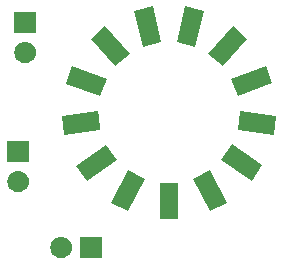
<source format=gbs>
G04 #@! TF.GenerationSoftware,KiCad,Pcbnew,(5.0.2)-1*
G04 #@! TF.CreationDate,2019-03-25T12:23:43+09:00*
G04 #@! TF.ProjectId,NixieHourglass,4e697869-6548-46f7-9572-676c6173732e,rev?*
G04 #@! TF.SameCoordinates,Original*
G04 #@! TF.FileFunction,Soldermask,Bot*
G04 #@! TF.FilePolarity,Negative*
%FSLAX46Y46*%
G04 Gerber Fmt 4.6, Leading zero omitted, Abs format (unit mm)*
G04 Created by KiCad (PCBNEW (5.0.2)-1) date 25/03/2019 12:23:43*
%MOMM*%
%LPD*%
G01*
G04 APERTURE LIST*
%ADD10C,0.100000*%
G04 APERTURE END LIST*
D10*
G36*
X84297000Y-92331000D02*
X82495000Y-92331000D01*
X82495000Y-90529000D01*
X84297000Y-90529000D01*
X84297000Y-92331000D01*
X84297000Y-92331000D01*
G37*
G36*
X80966442Y-90535518D02*
X81032627Y-90542037D01*
X81145853Y-90576384D01*
X81202467Y-90593557D01*
X81341087Y-90667652D01*
X81358991Y-90677222D01*
X81394729Y-90706552D01*
X81496186Y-90789814D01*
X81579448Y-90891271D01*
X81608778Y-90927009D01*
X81608779Y-90927011D01*
X81692443Y-91083533D01*
X81692443Y-91083534D01*
X81743963Y-91253373D01*
X81761359Y-91430000D01*
X81743963Y-91606627D01*
X81709616Y-91719853D01*
X81692443Y-91776467D01*
X81618348Y-91915087D01*
X81608778Y-91932991D01*
X81579448Y-91968729D01*
X81496186Y-92070186D01*
X81394729Y-92153448D01*
X81358991Y-92182778D01*
X81358989Y-92182779D01*
X81202467Y-92266443D01*
X81145853Y-92283616D01*
X81032627Y-92317963D01*
X80966442Y-92324482D01*
X80900260Y-92331000D01*
X80811740Y-92331000D01*
X80745558Y-92324482D01*
X80679373Y-92317963D01*
X80566147Y-92283616D01*
X80509533Y-92266443D01*
X80353011Y-92182779D01*
X80353009Y-92182778D01*
X80317271Y-92153448D01*
X80215814Y-92070186D01*
X80132552Y-91968729D01*
X80103222Y-91932991D01*
X80093652Y-91915087D01*
X80019557Y-91776467D01*
X80002384Y-91719853D01*
X79968037Y-91606627D01*
X79950641Y-91430000D01*
X79968037Y-91253373D01*
X80019557Y-91083534D01*
X80019557Y-91083533D01*
X80103221Y-90927011D01*
X80103222Y-90927009D01*
X80132552Y-90891271D01*
X80215814Y-90789814D01*
X80317271Y-90706552D01*
X80353009Y-90677222D01*
X80370913Y-90667652D01*
X80509533Y-90593557D01*
X80566147Y-90576384D01*
X80679373Y-90542037D01*
X80745558Y-90535518D01*
X80811740Y-90529000D01*
X80900260Y-90529000D01*
X80966442Y-90535518D01*
X80966442Y-90535518D01*
G37*
G36*
X90801000Y-89051000D02*
X89199000Y-89051000D01*
X89199000Y-85949000D01*
X90801000Y-85949000D01*
X90801000Y-89051000D01*
X90801000Y-89051000D01*
G37*
G36*
X87958422Y-85636598D02*
X86521277Y-88385602D01*
X85101578Y-87643402D01*
X86538723Y-84894398D01*
X87958422Y-85636598D01*
X87958422Y-85636598D01*
G37*
G36*
X94910171Y-87640907D02*
X93491770Y-88385584D01*
X92049829Y-85639093D01*
X93468230Y-84894416D01*
X94910171Y-87640907D01*
X94910171Y-87640907D01*
G37*
G36*
X77326442Y-84957518D02*
X77392627Y-84964037D01*
X77505853Y-84998384D01*
X77562467Y-85015557D01*
X77701087Y-85089652D01*
X77718991Y-85099222D01*
X77754729Y-85128552D01*
X77856186Y-85211814D01*
X77939448Y-85313271D01*
X77968778Y-85349009D01*
X77968779Y-85349011D01*
X78052443Y-85505533D01*
X78052443Y-85505534D01*
X78103963Y-85675373D01*
X78121359Y-85852000D01*
X78103963Y-86028627D01*
X78069616Y-86141853D01*
X78052443Y-86198467D01*
X77978348Y-86337087D01*
X77968778Y-86354991D01*
X77939448Y-86390729D01*
X77856186Y-86492186D01*
X77754729Y-86575448D01*
X77718991Y-86604778D01*
X77718989Y-86604779D01*
X77562467Y-86688443D01*
X77505853Y-86705616D01*
X77392627Y-86739963D01*
X77326443Y-86746481D01*
X77260260Y-86753000D01*
X77171740Y-86753000D01*
X77105557Y-86746481D01*
X77039373Y-86739963D01*
X76926147Y-86705616D01*
X76869533Y-86688443D01*
X76713011Y-86604779D01*
X76713009Y-86604778D01*
X76677271Y-86575448D01*
X76575814Y-86492186D01*
X76492552Y-86390729D01*
X76463222Y-86354991D01*
X76453652Y-86337087D01*
X76379557Y-86198467D01*
X76362384Y-86141853D01*
X76328037Y-86028627D01*
X76310641Y-85852000D01*
X76328037Y-85675373D01*
X76379557Y-85505534D01*
X76379557Y-85505533D01*
X76463221Y-85349011D01*
X76463222Y-85349009D01*
X76492552Y-85313271D01*
X76575814Y-85211814D01*
X76677271Y-85128552D01*
X76713009Y-85099222D01*
X76730913Y-85089652D01*
X76869533Y-85015557D01*
X76926147Y-84998384D01*
X77039373Y-84964037D01*
X77105558Y-84957518D01*
X77171740Y-84951000D01*
X77260260Y-84951000D01*
X77326442Y-84957518D01*
X77326442Y-84957518D01*
G37*
G36*
X85571138Y-84045585D02*
X83020847Y-85811490D01*
X82108862Y-84494415D01*
X84659153Y-82728510D01*
X85571138Y-84045585D01*
X85571138Y-84045585D01*
G37*
G36*
X97259672Y-84028607D02*
X97901527Y-84471393D01*
X96991842Y-85790058D01*
X96991841Y-85790058D01*
X94438473Y-84028607D01*
X95348158Y-82709942D01*
X95348159Y-82709942D01*
X97259672Y-84028607D01*
X97259672Y-84028607D01*
G37*
G36*
X78117000Y-84213000D02*
X76315000Y-84213000D01*
X76315000Y-82411000D01*
X78117000Y-82411000D01*
X78117000Y-84213000D01*
X78117000Y-84213000D01*
G37*
G36*
X84047889Y-80291134D02*
X84197056Y-81506011D01*
X81118178Y-81884049D01*
X81117869Y-81881531D01*
X80922944Y-80293990D01*
X80922944Y-80293989D01*
X84001822Y-79915951D01*
X84047889Y-80291134D01*
X84047889Y-80291134D01*
G37*
G36*
X99075996Y-80291134D02*
X98883537Y-81881531D01*
X95804004Y-81508866D01*
X95996463Y-79918469D01*
X99075996Y-80291134D01*
X99075996Y-80291134D01*
G37*
G36*
X84724008Y-77148949D02*
X84157740Y-78647531D01*
X81255992Y-77551051D01*
X81822260Y-76052469D01*
X84724008Y-77148949D01*
X84724008Y-77148949D01*
G37*
G36*
X98744356Y-77538024D02*
X95844526Y-78639567D01*
X95275644Y-77141976D01*
X98175474Y-76040433D01*
X98744356Y-77538024D01*
X98744356Y-77538024D01*
G37*
G36*
X86658736Y-75028030D02*
X85460763Y-76091640D01*
X83401264Y-73771970D01*
X84599237Y-72708360D01*
X86658736Y-75028030D01*
X86658736Y-75028030D01*
G37*
G36*
X96587638Y-73759128D02*
X94532190Y-76082390D01*
X93332362Y-75020872D01*
X95387810Y-72697610D01*
X96587638Y-73759128D01*
X96587638Y-73759128D01*
G37*
G36*
X77918443Y-74025519D02*
X77984627Y-74032037D01*
X78097853Y-74066384D01*
X78154467Y-74083557D01*
X78293087Y-74157652D01*
X78310991Y-74167222D01*
X78346729Y-74196552D01*
X78448186Y-74279814D01*
X78531448Y-74381271D01*
X78560778Y-74417009D01*
X78560779Y-74417011D01*
X78644443Y-74573533D01*
X78644443Y-74573534D01*
X78695963Y-74743373D01*
X78713359Y-74920000D01*
X78695963Y-75096627D01*
X78661616Y-75209853D01*
X78644443Y-75266467D01*
X78570348Y-75405087D01*
X78560778Y-75422991D01*
X78531448Y-75458729D01*
X78448186Y-75560186D01*
X78346729Y-75643448D01*
X78310991Y-75672778D01*
X78310989Y-75672779D01*
X78154467Y-75756443D01*
X78097853Y-75773616D01*
X77984627Y-75807963D01*
X77918442Y-75814482D01*
X77852260Y-75821000D01*
X77763740Y-75821000D01*
X77697558Y-75814482D01*
X77631373Y-75807963D01*
X77518147Y-75773616D01*
X77461533Y-75756443D01*
X77305011Y-75672779D01*
X77305009Y-75672778D01*
X77269271Y-75643448D01*
X77167814Y-75560186D01*
X77084552Y-75458729D01*
X77055222Y-75422991D01*
X77045652Y-75405087D01*
X76971557Y-75266467D01*
X76954384Y-75209853D01*
X76920037Y-75096627D01*
X76902641Y-74920000D01*
X76920037Y-74743373D01*
X76971557Y-74573534D01*
X76971557Y-74573533D01*
X77055221Y-74417011D01*
X77055222Y-74417009D01*
X77084552Y-74381271D01*
X77167814Y-74279814D01*
X77269271Y-74196552D01*
X77305009Y-74167222D01*
X77322913Y-74157652D01*
X77461533Y-74083557D01*
X77518147Y-74066384D01*
X77631373Y-74032037D01*
X77697557Y-74025519D01*
X77763740Y-74019000D01*
X77852260Y-74019000D01*
X77918443Y-74025519D01*
X77918443Y-74025519D01*
G37*
G36*
X89350138Y-74033159D02*
X87795050Y-74418004D01*
X87049862Y-71406841D01*
X88604950Y-71021996D01*
X89350138Y-74033159D01*
X89350138Y-74033159D01*
G37*
G36*
X92927844Y-71404836D02*
X92187913Y-74417295D01*
X90632156Y-74035164D01*
X91372087Y-71022705D01*
X92927844Y-71404836D01*
X92927844Y-71404836D01*
G37*
G36*
X78709000Y-73281000D02*
X76907000Y-73281000D01*
X76907000Y-71479000D01*
X78709000Y-71479000D01*
X78709000Y-73281000D01*
X78709000Y-73281000D01*
G37*
M02*

</source>
